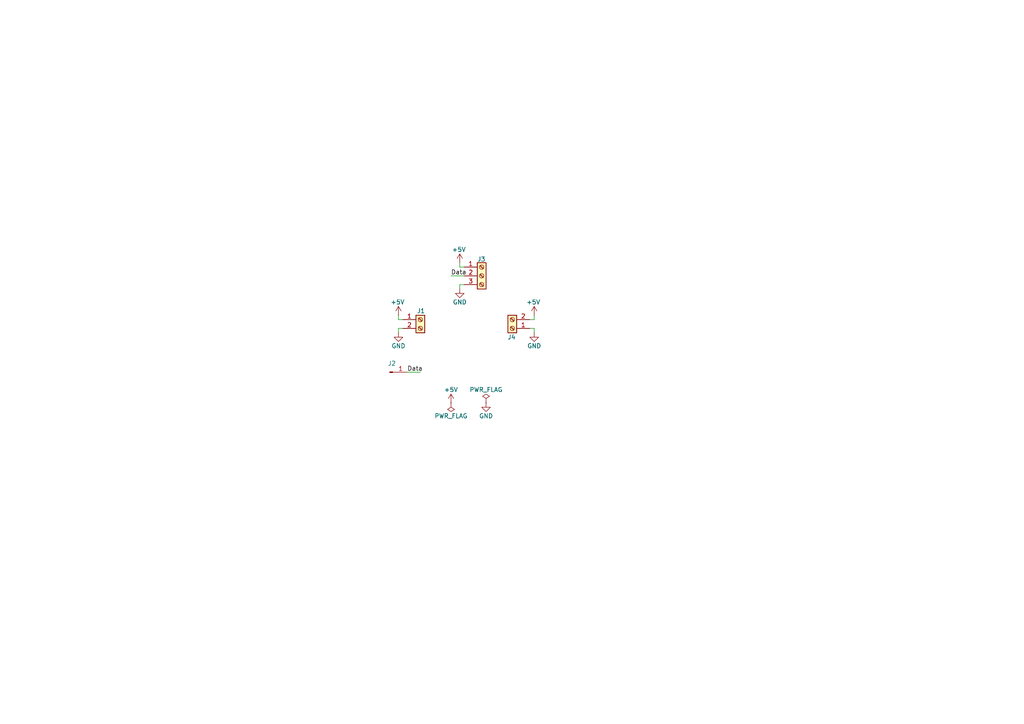
<source format=kicad_sch>
(kicad_sch (version 20231120) (generator "eeschema") (generator_version "8.0")
  (paper "A4")
  (lib_symbols
    (symbol "Connector:Conn_01x01_Pin" (pin_names (offset 1.016) hide)
      (property "Reference" "J" (at 0 2.54 0))
      (property "Value" "Conn_01x01_Pin" (at 0 -2.54 0))
      (symbol "Conn_01x01_Pin_1_1"
        (polyline (pts (xy 1.27 0) (xy 0.8636 0)) (stroke (width 0.1524)))
        (rectangle (start 0.8636 0.127) (end 0 -0.127) (stroke (width 0.1524)) (fill (type outline)))
        (pin passive line (at 5.08 0 180) (length 3.81) (name "Pin_1") (number "1"))
      )
    )
    (symbol "Connector:Screw_Terminal_01x02" (pin_names (offset 1.016) hide)
      (property "Reference" "J" (at 0 2.54 0))
      (property "Value" "Screw_Terminal_01x02" (at 0 -5.08 0))
      (symbol "Screw_Terminal_01x02_1_1"
        (rectangle (start -1.27 1.27) (end 1.27 -3.81) (stroke (width 0.254)) (fill (type background)))
        (circle (center 0 -2.54) (radius 0.635) (stroke (width 0.1524)))
        (polyline (pts (xy -0.5334 -2.2098) (xy 0.3302 -3.048)) (stroke (width 0.1524)))
        (polyline (pts (xy -0.5334 0.3302) (xy 0.3302 -0.508)) (stroke (width 0.1524)))
        (polyline (pts (xy -0.3556 -2.032) (xy 0.508 -2.8702)) (stroke (width 0.1524)))
        (polyline (pts (xy -0.3556 0.508) (xy 0.508 -0.3302)) (stroke (width 0.1524)))
        (circle (center 0 0) (radius 0.635) (stroke (width 0.1524)))
        (pin passive line (at -5.08 0 0) (length 3.81) (name "Pin_1") (number "1"))
        (pin passive line (at -5.08 -2.54 0) (length 3.81) (name "Pin_2") (number "2"))
      )
    )
    (symbol "Connector:Screw_Terminal_01x03" (pin_names (offset 1.016) hide)
      (property "Reference" "J" (at 0 5.08 0))
      (property "Value" "Screw_Terminal_01x03" (at 0 -5.08 0))
      (symbol "Screw_Terminal_01x03_1_1"
        (rectangle (start -1.27 3.81) (end 1.27 -3.81) (stroke (width 0.254)) (fill (type background)))
        (circle (center 0 -2.54) (radius 0.635) (stroke (width 0.1524)))
        (polyline (pts (xy -0.5334 -2.2098) (xy 0.3302 -3.048)) (stroke (width 0.1524)))
        (polyline (pts (xy -0.5334 0.3302) (xy 0.3302 -0.508)) (stroke (width 0.1524)))
        (polyline (pts (xy -0.5334 2.8702) (xy 0.3302 2.032)) (stroke (width 0.1524)))
        (polyline (pts (xy -0.3556 -2.032) (xy 0.508 -2.8702)) (stroke (width 0.1524)))
        (polyline (pts (xy -0.3556 0.508) (xy 0.508 -0.3302)) (stroke (width 0.1524)))
        (polyline (pts (xy -0.3556 3.048) (xy 0.508 2.2098)) (stroke (width 0.1524)))
        (circle (center 0 0) (radius 0.635) (stroke (width 0.1524)))
        (circle (center 0 2.54) (radius 0.635) (stroke (width 0.1524)))
        (pin passive line (at -5.08 2.54 0) (length 3.81) (name "Pin_1") (number "1"))
        (pin passive line (at -5.08 0 0) (length 3.81) (name "Pin_2") (number "2"))
        (pin passive line (at -5.08 -2.54 0) (length 3.81) (name "Pin_3") (number "3"))
      )
    )
    (symbol "power:+5V" (power) (pin_numbers hide) (pin_names (offset 0) hide)
      (property "Value" "+5V" (at 0 3.556 0))
      (symbol "+5V_0_1"
        (polyline (pts (xy -0.762 1.27) (xy 0 2.54)))
        (polyline (pts (xy 0 0) (xy 0 2.54)))
        (polyline (pts (xy 0 2.54) (xy 0.762 1.27)))
      )
      (symbol "+5V_1_1"
        (pin power_in line (at 0 0 90) (length 0) (name "~") (number "1"))
      )
    )
    (symbol "power:GND" (power) (pin_numbers hide) (pin_names (offset 0) hide)
      (property "Value" "GND" (at 0 -3.81 0))
      (symbol "GND_0_1"
        (polyline (pts (xy 0 0) (xy 0 -1.27) (xy 1.27 -1.27) (xy 0 -2.54) (xy -1.27 -1.27) (xy 0 -1.27)))
      )
      (symbol "GND_1_1"
        (pin power_in line (at 0 0 270) (length 0) (name "~") (number "1"))
      )
    )
    (symbol "power:PWR_FLAG" (power) (pin_numbers hide) (pin_names (offset 0) hide)
      (property "Value" "PWR_FLAG" (at 0 3.81 0))
      (symbol "PWR_FLAG_0_0"
        (pin power_out line (at 0 0 90) (length 0) (name "~") (number "1"))
      )
      (symbol "PWR_FLAG_0_1"
        (polyline (pts (xy 0 0) (xy 0 1.27) (xy -1.016 1.905) (xy 0 2.54) (xy 1.016 1.905) (xy 0 1.27)))
      )
    )
  )
  (wire (pts (xy 133.35 76.2) (xy 133.35 77.47)))
  (wire (pts (xy 130.81 80.01) (xy 134.62 80.01)))
  (wire (pts (xy 115.57 95.25) (xy 115.57 96.52)))
  (wire (pts (xy 153.67 92.71) (xy 154.94 92.71)))
  (wire (pts (xy 154.94 95.25) (xy 154.94 96.52)))
  (wire (pts (xy 154.94 91.44) (xy 154.94 92.71)))
  (wire (pts (xy 133.35 82.55) (xy 134.62 82.55)))
  (wire (pts (xy 115.57 91.44) (xy 115.57 92.71)))
  (wire (pts (xy 153.67 95.25) (xy 154.94 95.25)))
  (wire (pts (xy 116.84 95.25) (xy 115.57 95.25)))
  (wire (pts (xy 133.35 77.47) (xy 134.62 77.47)))
  (wire (pts (xy 115.57 92.71) (xy 116.84 92.71)))
  (wire (pts (xy 118.11 107.95) (xy 121.92 107.95)))
  (wire (pts (xy 133.35 82.55) (xy 133.35 83.82)))
  (label "Data" (at 118.11 107.95 0))
  (label "Data" (at 130.81 80.01 0))
  (symbol (lib_id "Connector:Screw_Terminal_01x02") (at 148.59 95.25 180) (unit 1)
    (property "Reference" "J4" (at 149.606 97.79 0) (effects (justify left)))
    (property "Value" "Screw_Terminal_01x02" (effects (hide yes)))
    (property "Footprint" "MyTerminalBlock:PHOENIX - TERM BLK 2P SIDE ENT 5.08MM PCB" (effects (hide yes)))
    (property "Description" "Generic screw terminal, single row, 01x02, script generated (kicad-library-utils/schlib/autogen/connector/)" (effects (hide yes)))
    (property "DigiKey Part" "277-1247-ND" (effects (hide yes)))
  )
  (symbol (lib_id "power:GND") (at 115.57 96.52 0) (unit 1)
    (property "Reference" "#PWR06" (effects (hide yes)))
    (property "Value" "GND" (at 115.57 100.33 0))
    (property "Description" "Power symbol creates a global label with name \"GND\" , ground" (effects (hide yes)))
  )
  (symbol (lib_id "power:+5V") (at 154.94 91.44 0) (unit 1)
    (property "Reference" "#PWR03" (effects (hide yes)))
    (property "Value" "+5V" (at 154.686 87.63 0))
    (property "Description" "Power symbol creates a global label with name \"+5V\"" (effects (hide yes)))
  )
  (symbol (lib_id "Connector:Conn_01x01_Pin") (at 113.03 107.95 0) (unit 1)
    (property "Reference" "J2" (at 113.665 105.41 0))
    (property "Value" "Conn_01x01_Pin" (effects (hide yes)))
    (property "Footprint" "Connector_PinHeader_2.54mm:PinHeader_1x01_P2.54mm_Vertical" (effects (hide yes)))
    (property "Description" "Generic connector, single row, 01x01, script generated" (effects (hide yes)))
  )
  (symbol (lib_id "power:GND") (at 140.97 116.84 0) (unit 1)
    (property "Reference" "#PWR02" (effects (hide yes)))
    (property "Value" "GND" (at 140.97 120.65 0))
    (property "Description" "Power symbol creates a global label with name \"GND\" , ground" (effects (hide yes)))
  )
  (symbol (lib_id "power:PWR_FLAG") (at 140.97 116.84 0) (unit 1)
    (property "Reference" "#FLG02" (effects (hide yes)))
    (property "Value" "PWR_FLAG" (at 140.97 113.03 0))
    (property "Description" "Special symbol for telling ERC where power comes from" (effects (hide yes)))
  )
  (symbol (lib_id "Connector:Screw_Terminal_01x02") (at 121.92 92.71 0) (unit 1)
    (property "Reference" "J1" (at 120.904 90.17 0) (effects (justify left)))
    (property "Value" "Screw_Terminal_01x02" (effects (hide yes)))
    (property "Footprint" "MyTerminalBlock:PHOENIX - TERM BLK 2P SIDE ENT 5.08MM PCB" (effects (hide yes)))
    (property "Description" "Generic screw terminal, single row, 01x02, script generated (kicad-library-utils/schlib/autogen/connector/)" (effects (hide yes)))
    (property "DigiKey Part" "277-1247-ND" (effects (hide yes)))
  )
  (symbol (lib_id "power:GND") (at 154.94 96.52 0) (unit 1)
    (property "Reference" "#PWR04" (effects (hide yes)))
    (property "Value" "GND" (at 154.94 100.33 0))
    (property "Description" "Power symbol creates a global label with name \"GND\" , ground" (effects (hide yes)))
  )
  (symbol (lib_id "power:+5V") (at 133.35 76.2 0) (unit 1)
    (property "Reference" "#PWR07" (effects (hide yes)))
    (property "Value" "+5V" (at 133.096 72.39 0))
    (property "Description" "Power symbol creates a global label with name \"+5V\"" (effects (hide yes)))
  )
  (symbol (lib_id "Connector:Screw_Terminal_01x03") (at 139.7 80.01 0) (unit 1)
    (property "Reference" "J3" (at 138.43 75.184 0) (effects (justify left)))
    (property "Value" "Screw_Terminal_01x03" (effects (hide yes)))
    (property "Footprint" "MyTerminalBlock:PHOENIX - TERM BLK 3P SIDE ENT 5.08MM PCB" (effects (hide yes)))
    (property "Description" "Generic screw terminal, single row, 01x03, script generated (kicad-library-utils/schlib/autogen/connector/)" (effects (hide yes)))
    (property "DigiKey Part" "277-1248-ND" (effects (hide yes)))
  )
  (symbol (lib_id "power:PWR_FLAG") (at 130.81 116.84 180) (unit 1)
    (property "Reference" "#FLG01" (effects (hide yes)))
    (property "Value" "PWR_FLAG" (at 130.81 120.65 0))
    (property "Description" "Special symbol for telling ERC where power comes from" (effects (hide yes)))
  )
  (symbol (lib_id "power:+5V") (at 130.81 116.84 0) (unit 1)
    (property "Reference" "#PWR01" (effects (hide yes)))
    (property "Value" "+5V" (at 130.81 113.03 0))
    (property "Description" "Power symbol creates a global label with name \"+5V\"" (effects (hide yes)))
  )
  (symbol (lib_id "power:+5V") (at 115.57 91.44 0) (unit 1)
    (property "Reference" "#PWR05" (effects (hide yes)))
    (property "Value" "+5V" (at 115.316 87.63 0))
    (property "Description" "Power symbol creates a global label with name \"+5V\"" (effects (hide yes)))
  )
  (symbol (lib_id "power:GND") (at 133.35 83.82 0) (unit 1)
    (property "Reference" "#PWR08" (effects (hide yes)))
    (property "Value" "GND" (at 133.35 87.63 0))
    (property "Description" "Power symbol creates a global label with name \"GND\" , ground" (effects (hide yes)))
  )
)
</source>
